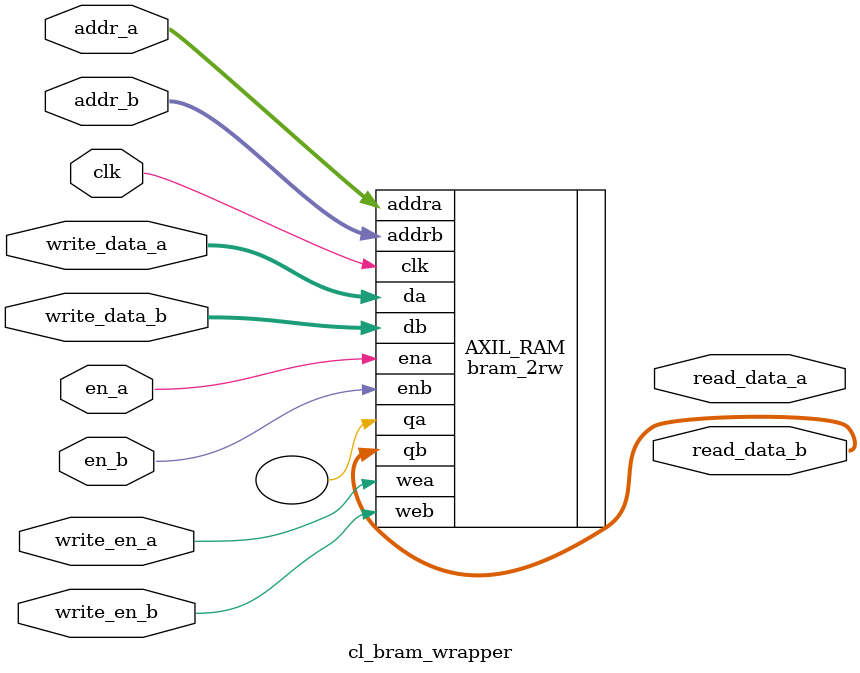
<source format=sv>
module cl_bram_wrapper #(
	parameter data_size = 8, systolic_size = 8, memory_data_size = 64, ADDR_W = 3
)(
   input clk,

   input write_en_a,
   input en_a,
   input[31:0] addr_a,
   input[31:0] write_data_a,
   output[31:0] read_data_a,

   input write_en_b,
   input en_b,
   input[31:0] addr_b,
   input[31:0] write_data_b,
   output[31:0] read_data_b
);

    
bram_2rw #(.WIDTH(32), .ADDR_WIDTH(32), .DEPTH(256) ) AXIL_RAM (
   .clk(clk),

   .wea(write_en_a),
   .ena(en_a),
   .addra(addr_a),
   .da(write_data_a),
   .qa(), 

   .web(write_en_b),
   .enb(en_b),
   .addrb(addr_b),
   .db(write_data_b),
   .qb(read_data_b)
   );

endmodule


</source>
